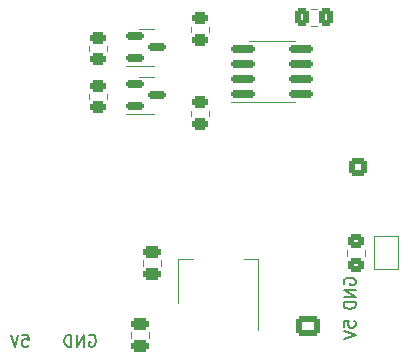
<source format=gbo>
G04 #@! TF.GenerationSoftware,KiCad,Pcbnew,6.0.4-6f826c9f35~116~ubuntu18.04.1*
G04 #@! TF.CreationDate,2022-04-26T12:07:31+08:00*
G04 #@! TF.ProjectId,ESP32_CAN_TEST,45535033-325f-4434-914e-5f544553542e,rev?*
G04 #@! TF.SameCoordinates,Original*
G04 #@! TF.FileFunction,Legend,Bot*
G04 #@! TF.FilePolarity,Positive*
%FSLAX46Y46*%
G04 Gerber Fmt 4.6, Leading zero omitted, Abs format (unit mm)*
G04 Created by KiCad (PCBNEW 6.0.4-6f826c9f35~116~ubuntu18.04.1) date 2022-04-26 12:07:31*
%MOMM*%
%LPD*%
G01*
G04 APERTURE LIST*
G04 Aperture macros list*
%AMRoundRect*
0 Rectangle with rounded corners*
0 $1 Rounding radius*
0 $2 $3 $4 $5 $6 $7 $8 $9 X,Y pos of 4 corners*
0 Add a 4 corners polygon primitive as box body*
4,1,4,$2,$3,$4,$5,$6,$7,$8,$9,$2,$3,0*
0 Add four circle primitives for the rounded corners*
1,1,$1+$1,$2,$3*
1,1,$1+$1,$4,$5*
1,1,$1+$1,$6,$7*
1,1,$1+$1,$8,$9*
0 Add four rect primitives between the rounded corners*
20,1,$1+$1,$2,$3,$4,$5,0*
20,1,$1+$1,$4,$5,$6,$7,0*
20,1,$1+$1,$6,$7,$8,$9,0*
20,1,$1+$1,$8,$9,$2,$3,0*%
G04 Aperture macros list end*
%ADD10C,0.150000*%
%ADD11C,0.120000*%
%ADD12C,1.200000*%
%ADD13RoundRect,0.250000X0.750000X-0.600000X0.750000X0.600000X-0.750000X0.600000X-0.750000X-0.600000X0*%
%ADD14O,2.000000X1.700000*%
%ADD15C,1.000000*%
%ADD16RoundRect,0.250001X0.499999X-0.499999X0.499999X0.499999X-0.499999X0.499999X-0.499999X-0.499999X0*%
%ADD17C,1.500000*%
%ADD18R,1.700000X1.700000*%
%ADD19O,1.700000X1.700000*%
%ADD20R,2.600000X2.600000*%
%ADD21C,2.600000*%
%ADD22RoundRect,0.250000X0.450000X-0.262500X0.450000X0.262500X-0.450000X0.262500X-0.450000X-0.262500X0*%
%ADD23R,1.500000X2.000000*%
%ADD24R,3.800000X2.000000*%
%ADD25RoundRect,0.250000X0.475000X-0.250000X0.475000X0.250000X-0.475000X0.250000X-0.475000X-0.250000X0*%
%ADD26RoundRect,0.150000X-0.587500X-0.150000X0.587500X-0.150000X0.587500X0.150000X-0.587500X0.150000X0*%
%ADD27RoundRect,0.250000X-0.337500X-0.475000X0.337500X-0.475000X0.337500X0.475000X-0.337500X0.475000X0*%
%ADD28RoundRect,0.250000X-0.475000X0.250000X-0.475000X-0.250000X0.475000X-0.250000X0.475000X0.250000X0*%
%ADD29RoundRect,0.250000X0.450000X-0.350000X0.450000X0.350000X-0.450000X0.350000X-0.450000X-0.350000X0*%
%ADD30R,1.500000X1.000000*%
%ADD31RoundRect,0.150000X-0.825000X-0.150000X0.825000X-0.150000X0.825000X0.150000X-0.825000X0.150000X0*%
%ADD32RoundRect,0.250000X-0.450000X0.262500X-0.450000X-0.262500X0.450000X-0.262500X0.450000X0.262500X0*%
G04 APERTURE END LIST*
D10*
X139152380Y-83121523D02*
X139152380Y-82645333D01*
X139628571Y-82597714D01*
X139580952Y-82645333D01*
X139533333Y-82740571D01*
X139533333Y-82978666D01*
X139580952Y-83073904D01*
X139628571Y-83121523D01*
X139723809Y-83169142D01*
X139961904Y-83169142D01*
X140057142Y-83121523D01*
X140104761Y-83073904D01*
X140152380Y-82978666D01*
X140152380Y-82740571D01*
X140104761Y-82645333D01*
X140057142Y-82597714D01*
X139152380Y-83454857D02*
X140152380Y-83788190D01*
X139152380Y-84121523D01*
X111950476Y-83780380D02*
X112426666Y-83780380D01*
X112474285Y-84256571D01*
X112426666Y-84208952D01*
X112331428Y-84161333D01*
X112093333Y-84161333D01*
X111998095Y-84208952D01*
X111950476Y-84256571D01*
X111902857Y-84351809D01*
X111902857Y-84589904D01*
X111950476Y-84685142D01*
X111998095Y-84732761D01*
X112093333Y-84780380D01*
X112331428Y-84780380D01*
X112426666Y-84732761D01*
X112474285Y-84685142D01*
X111617142Y-83780380D02*
X111283809Y-84780380D01*
X110950476Y-83780380D01*
X139200000Y-79502095D02*
X139152380Y-79406857D01*
X139152380Y-79264000D01*
X139200000Y-79121142D01*
X139295238Y-79025904D01*
X139390476Y-78978285D01*
X139580952Y-78930666D01*
X139723809Y-78930666D01*
X139914285Y-78978285D01*
X140009523Y-79025904D01*
X140104761Y-79121142D01*
X140152380Y-79264000D01*
X140152380Y-79359238D01*
X140104761Y-79502095D01*
X140057142Y-79549714D01*
X139723809Y-79549714D01*
X139723809Y-79359238D01*
X140152380Y-79978285D02*
X139152380Y-79978285D01*
X140152380Y-80549714D01*
X139152380Y-80549714D01*
X140152380Y-81025904D02*
X139152380Y-81025904D01*
X139152380Y-81264000D01*
X139200000Y-81406857D01*
X139295238Y-81502095D01*
X139390476Y-81549714D01*
X139580952Y-81597333D01*
X139723809Y-81597333D01*
X139914285Y-81549714D01*
X140009523Y-81502095D01*
X140104761Y-81406857D01*
X140152380Y-81264000D01*
X140152380Y-81025904D01*
X117601904Y-83828000D02*
X117697142Y-83780380D01*
X117840000Y-83780380D01*
X117982857Y-83828000D01*
X118078095Y-83923238D01*
X118125714Y-84018476D01*
X118173333Y-84208952D01*
X118173333Y-84351809D01*
X118125714Y-84542285D01*
X118078095Y-84637523D01*
X117982857Y-84732761D01*
X117840000Y-84780380D01*
X117744761Y-84780380D01*
X117601904Y-84732761D01*
X117554285Y-84685142D01*
X117554285Y-84351809D01*
X117744761Y-84351809D01*
X117125714Y-84780380D02*
X117125714Y-83780380D01*
X116554285Y-84780380D01*
X116554285Y-83780380D01*
X116078095Y-84780380D02*
X116078095Y-83780380D01*
X115840000Y-83780380D01*
X115697142Y-83828000D01*
X115601904Y-83923238D01*
X115554285Y-84018476D01*
X115506666Y-84208952D01*
X115506666Y-84351809D01*
X115554285Y-84542285D01*
X115601904Y-84637523D01*
X115697142Y-84732761D01*
X115840000Y-84780380D01*
X116078095Y-84780380D01*
D11*
X127735000Y-65251064D02*
X127735000Y-64796936D01*
X126265000Y-65251064D02*
X126265000Y-64796936D01*
X119099000Y-63830564D02*
X119099000Y-63376436D01*
X117629000Y-63830564D02*
X117629000Y-63376436D01*
X125114000Y-81098000D02*
X125114000Y-77338000D01*
X131934000Y-77338000D02*
X130674000Y-77338000D01*
X125114000Y-77338000D02*
X126374000Y-77338000D01*
X131934000Y-83348000D02*
X131934000Y-77338000D01*
X122655000Y-84081252D02*
X122655000Y-83558748D01*
X121185000Y-84081252D02*
X121185000Y-83558748D01*
X122428000Y-61940000D02*
X121778000Y-61940000D01*
X122428000Y-65060000D02*
X123078000Y-65060000D01*
X122428000Y-65060000D02*
X120753000Y-65060000D01*
X122428000Y-61940000D02*
X123078000Y-61940000D01*
X117629000Y-59766564D02*
X117629000Y-59312436D01*
X119099000Y-59766564D02*
X119099000Y-59312436D01*
X136390748Y-57631000D02*
X136913252Y-57631000D01*
X136390748Y-56161000D02*
X136913252Y-56161000D01*
X122201000Y-77462748D02*
X122201000Y-77985252D01*
X123671000Y-77462748D02*
X123671000Y-77985252D01*
X140943000Y-77093064D02*
X140943000Y-76638936D01*
X139473000Y-77093064D02*
X139473000Y-76638936D01*
X141748000Y-78250000D02*
X143748000Y-78250000D01*
X141748000Y-75450000D02*
X141748000Y-78250000D01*
X143748000Y-75450000D02*
X141748000Y-75450000D01*
X143748000Y-78250000D02*
X143748000Y-75450000D01*
X133096000Y-64028000D02*
X129646000Y-64028000D01*
X133096000Y-64028000D02*
X135046000Y-64028000D01*
X133096000Y-58908000D02*
X135046000Y-58908000D01*
X133096000Y-58908000D02*
X131146000Y-58908000D01*
X126265000Y-57684936D02*
X126265000Y-58139064D01*
X127735000Y-57684936D02*
X127735000Y-58139064D01*
X122428000Y-60996000D02*
X123078000Y-60996000D01*
X122428000Y-57876000D02*
X121778000Y-57876000D01*
X122428000Y-57876000D02*
X123078000Y-57876000D01*
X122428000Y-60996000D02*
X120753000Y-60996000D01*
%LPC*%
D12*
X138144000Y-84638000D03*
D13*
X136144000Y-83038000D03*
D14*
X136144000Y-80538000D03*
D15*
X144265000Y-72572000D03*
X144265000Y-63572000D03*
D16*
X140325000Y-69572000D03*
D17*
X140325000Y-66572000D03*
X143325000Y-69572000D03*
X143325000Y-66572000D03*
D18*
X109992000Y-47727000D03*
D19*
X112532000Y-47727000D03*
X115072000Y-47727000D03*
X117612000Y-47727000D03*
D18*
X142240000Y-49784000D03*
D19*
X142240000Y-52324000D03*
X142240000Y-54864000D03*
X142240000Y-57404000D03*
X142240000Y-59944000D03*
D18*
X127508000Y-45720000D03*
D19*
X130048000Y-45720000D03*
X132588000Y-45720000D03*
X135128000Y-45720000D03*
X137668000Y-45720000D03*
D20*
X111800000Y-81077000D03*
D21*
X116800000Y-81077000D03*
D18*
X109992000Y-43155000D03*
D19*
X112532000Y-43155000D03*
X115072000Y-43155000D03*
X117612000Y-43155000D03*
D22*
X127000000Y-65936500D03*
X127000000Y-64111500D03*
X118364000Y-64516000D03*
X118364000Y-62691000D03*
D23*
X130824000Y-82398000D03*
D24*
X128524000Y-76098000D03*
D23*
X128524000Y-82398000D03*
X126224000Y-82398000D03*
D25*
X121920000Y-84770000D03*
X121920000Y-82870000D03*
D26*
X121490500Y-64450000D03*
X121490500Y-62550000D03*
X123365500Y-63500000D03*
D22*
X118364000Y-60452000D03*
X118364000Y-58627000D03*
D27*
X135614500Y-56896000D03*
X137689500Y-56896000D03*
D28*
X122936000Y-76774000D03*
X122936000Y-78674000D03*
D29*
X140208000Y-77866000D03*
X140208000Y-75866000D03*
D30*
X142748000Y-76200000D03*
X142748000Y-77500000D03*
D31*
X130621000Y-63373000D03*
X130621000Y-62103000D03*
X130621000Y-60833000D03*
X130621000Y-59563000D03*
X135571000Y-59563000D03*
X135571000Y-60833000D03*
X135571000Y-62103000D03*
X135571000Y-63373000D03*
D32*
X127000000Y-56999500D03*
X127000000Y-58824500D03*
D26*
X121490500Y-60386000D03*
X121490500Y-58486000D03*
X123365500Y-59436000D03*
M02*

</source>
